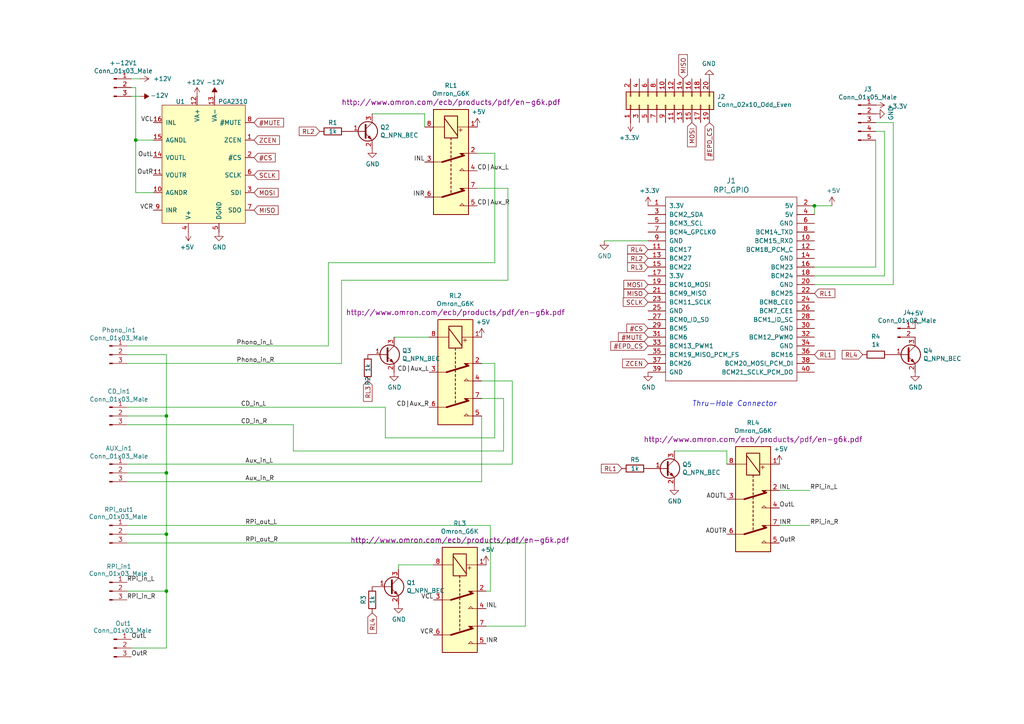
<source format=kicad_sch>
(kicad_sch (version 20231120) (generator "eeschema") (generator_version "8.0")
  (paper "A4")
  (title_block (title "P4") (date "2023-07-16") (rev "1") (company "ibp"))
  (lib_symbols
    (symbol "Connector:Conn_01x02_Male" (pin_names (offset 1.016) hide)
      (property "Reference" "J" (at 0 2.54 0))
      (property "Value" "Connector_Conn_01x02_Male" (at 0 -5.08 0))
      (symbol "Conn_01x02_Male_1_1"
        (polyline (pts (xy 1.27 -2.54) (xy 0.8636 -2.54)) (stroke (width 0.1524)))
        (polyline (pts (xy 1.27 0) (xy 0.8636 0)) (stroke (width 0.1524)))
        (rectangle (start 0.8636 -2.413) (end 0 -2.667) (stroke (width 0.1524)) (fill (type outline)))
        (rectangle (start 0.8636 0.127) (end 0 -0.127) (stroke (width 0.1524)) (fill (type outline)))
        (pin passive line (at 5.08 0 180) (length 3.81) (name "Pin_1") (number "1"))
        (pin passive line (at 5.08 -2.54 180) (length 3.81) (name "Pin_2") (number "2"))
      )
    )
    (symbol "Connector:Conn_01x03_Male" (pin_names (offset 1.016) hide)
      (property "Reference" "J" (at 0 5.08 0))
      (property "Value" "Connector_Conn_01x03_Male" (at 0 -5.08 0))
      (symbol "Conn_01x03_Male_1_1"
        (polyline (pts (xy 1.27 -2.54) (xy 0.8636 -2.54)) (stroke (width 0.1524)))
        (polyline (pts (xy 1.27 0) (xy 0.8636 0)) (stroke (width 0.1524)))
        (polyline (pts (xy 1.27 2.54) (xy 0.8636 2.54)) (stroke (width 0.1524)))
        (rectangle (start 0.8636 -2.413) (end 0 -2.667) (stroke (width 0.1524)) (fill (type outline)))
        (rectangle (start 0.8636 0.127) (end 0 -0.127) (stroke (width 0.1524)) (fill (type outline)))
        (rectangle (start 0.8636 2.667) (end 0 2.413) (stroke (width 0.1524)) (fill (type outline)))
        (pin passive line (at 5.08 2.54 180) (length 3.81) (name "Pin_1") (number "1"))
        (pin passive line (at 5.08 0 180) (length 3.81) (name "Pin_2") (number "2"))
        (pin passive line (at 5.08 -2.54 180) (length 3.81) (name "Pin_3") (number "3"))
      )
    )
    (symbol "Connector:Conn_01x05_Male" (pin_names (offset 1.016) hide)
      (property "Reference" "J" (at 0 7.62 0))
      (property "Value" "Connector_Conn_01x05_Male" (at 0 -7.62 0))
      (symbol "Conn_01x05_Male_1_1"
        (polyline (pts (xy 1.27 -5.08) (xy 0.8636 -5.08)) (stroke (width 0.1524)))
        (polyline (pts (xy 1.27 -2.54) (xy 0.8636 -2.54)) (stroke (width 0.1524)))
        (polyline (pts (xy 1.27 0) (xy 0.8636 0)) (stroke (width 0.1524)))
        (polyline (pts (xy 1.27 2.54) (xy 0.8636 2.54)) (stroke (width 0.1524)))
        (polyline (pts (xy 1.27 5.08) (xy 0.8636 5.08)) (stroke (width 0.1524)))
        (rectangle (start 0.8636 -4.953) (end 0 -5.207) (stroke (width 0.1524)) (fill (type outline)))
        (rectangle (start 0.8636 -2.413) (end 0 -2.667) (stroke (width 0.1524)) (fill (type outline)))
        (rectangle (start 0.8636 0.127) (end 0 -0.127) (stroke (width 0.1524)) (fill (type outline)))
        (rectangle (start 0.8636 2.667) (end 0 2.413) (stroke (width 0.1524)) (fill (type outline)))
        (rectangle (start 0.8636 5.207) (end 0 4.953) (stroke (width 0.1524)) (fill (type outline)))
        (pin passive line (at 5.08 5.08 180) (length 3.81) (name "Pin_1") (number "1"))
        (pin passive line (at 5.08 2.54 180) (length 3.81) (name "Pin_2") (number "2"))
        (pin passive line (at 5.08 0 180) (length 3.81) (name "Pin_3") (number "3"))
        (pin passive line (at 5.08 -2.54 180) (length 3.81) (name "Pin_4") (number "4"))
        (pin passive line (at 5.08 -5.08 180) (length 3.81) (name "Pin_5") (number "5"))
      )
    )
    (symbol "Connector_Generic:Conn_02x10_Odd_Even" (pin_names (offset 1.016) hide)
      (property "Reference" "J" (at 1.27 12.7 0))
      (property "Value" "Conn_02x10_Odd_Even" (at 1.27 -15.24 0))
      (symbol "Conn_02x10_Odd_Even_1_1"
        (rectangle (start -1.27 -12.573) (end 0 -12.827) (stroke (width 0.1524)))
        (rectangle (start -1.27 -10.033) (end 0 -10.287) (stroke (width 0.1524)))
        (rectangle (start -1.27 -7.493) (end 0 -7.747) (stroke (width 0.1524)))
        (rectangle (start -1.27 -4.953) (end 0 -5.207) (stroke (width 0.1524)))
        (rectangle (start -1.27 -2.413) (end 0 -2.667) (stroke (width 0.1524)))
        (rectangle (start -1.27 0.127) (end 0 -0.127) (stroke (width 0.1524)))
        (rectangle (start -1.27 2.667) (end 0 2.413) (stroke (width 0.1524)))
        (rectangle (start -1.27 5.207) (end 0 4.953) (stroke (width 0.1524)))
        (rectangle (start -1.27 7.747) (end 0 7.493) (stroke (width 0.1524)))
        (rectangle (start -1.27 10.287) (end 0 10.033) (stroke (width 0.1524)))
        (rectangle (start -1.27 11.43) (end 3.81 -13.97) (stroke (width 0.254)) (fill (type background)))
        (rectangle (start 3.81 -12.573) (end 2.54 -12.827) (stroke (width 0.1524)))
        (rectangle (start 3.81 -10.033) (end 2.54 -10.287) (stroke (width 0.1524)))
        (rectangle (start 3.81 -7.493) (end 2.54 -7.747) (stroke (width 0.1524)))
        (rectangle (start 3.81 -4.953) (end 2.54 -5.207) (stroke (width 0.1524)))
        (rectangle (start 3.81 -2.413) (end 2.54 -2.667) (stroke (width 0.1524)))
        (rectangle (start 3.81 0.127) (end 2.54 -0.127) (stroke (width 0.1524)))
        (rectangle (start 3.81 2.667) (end 2.54 2.413) (stroke (width 0.1524)))
        (rectangle (start 3.81 5.207) (end 2.54 4.953) (stroke (width 0.1524)))
        (rectangle (start 3.81 7.747) (end 2.54 7.493) (stroke (width 0.1524)))
        (rectangle (start 3.81 10.287) (end 2.54 10.033) (stroke (width 0.1524)))
        (pin passive line (at -5.08 10.16 0) (length 3.81) (name "Pin_1") (number "1"))
        (pin passive line (at 7.62 0 180) (length 3.81) (name "Pin_10") (number "10"))
        (pin passive line (at -5.08 -2.54 0) (length 3.81) (name "Pin_11") (number "11"))
        (pin passive line (at 7.62 -2.54 180) (length 3.81) (name "Pin_12") (number "12"))
        (pin passive line (at -5.08 -5.08 0) (length 3.81) (name "Pin_13") (number "13"))
        (pin passive line (at 7.62 -5.08 180) (length 3.81) (name "Pin_14") (number "14"))
        (pin passive line (at -5.08 -7.62 0) (length 3.81) (name "Pin_15") (number "15"))
        (pin passive line (at 7.62 -7.62 180) (length 3.81) (name "Pin_16") (number "16"))
        (pin passive line (at -5.08 -10.16 0) (length 3.81) (name "Pin_17") (number "17"))
        (pin passive line (at 7.62 -10.16 180) (length 3.81) (name "Pin_18") (number "18"))
        (pin passive line (at -5.08 -12.7 0) (length 3.81) (name "Pin_19") (number "19"))
        (pin passive line (at 7.62 10.16 180) (length 3.81) (name "Pin_2") (number "2"))
        (pin passive line (at 7.62 -12.7 180) (length 3.81) (name "Pin_20") (number "20"))
        (pin passive line (at -5.08 7.62 0) (length 3.81) (name "Pin_3") (number "3"))
        (pin passive line (at 7.62 7.62 180) (length 3.81) (name "Pin_4") (number "4"))
        (pin passive line (at -5.08 5.08 0) (length 3.81) (name "Pin_5") (number "5"))
        (pin passive line (at 7.62 5.08 180) (length 3.81) (name "Pin_6") (number "6"))
        (pin passive line (at -5.08 2.54 0) (length 3.81) (name "Pin_7") (number "7"))
        (pin passive line (at 7.62 2.54 180) (length 3.81) (name "Pin_8") (number "8"))
        (pin passive line (at -5.08 0 0) (length 3.81) (name "Pin_9") (number "9"))
      )
    )
    (symbol "Device:Q_NPN_BEC" (pin_names (offset 0) hide)
      (property "Reference" "Q" (at 5.08 1.27 0))
      (property "Value" "Q_NPN_BEC" (at 5.08 -1.27 0))
      (symbol "Q_NPN_BEC_0_1"
        (polyline (pts (xy 0.635 0.635) (xy 2.54 2.54)))
        (polyline (pts (xy 0.635 -0.635) (xy 2.54 -2.54) (xy 2.54 -2.54)))
        (polyline (pts (xy 0.635 1.905) (xy 0.635 -1.905) (xy 0.635 -1.905)) (stroke (width 0.508)))
        (polyline (pts (xy 1.27 -1.778) (xy 1.778 -1.27) (xy 2.286 -2.286) (xy 1.27 -1.778) (xy 1.27 -1.778)) (fill (type outline)))
        (circle (center 1.27 0) (radius 2.8194) (stroke (width 0.254)))
      )
      (symbol "Q_NPN_BEC_1_1"
        (pin input line (at -5.08 0 0) (length 5.715) (name "B") (number "1"))
        (pin passive line (at 2.54 -5.08 90) (length 2.54) (name "E") (number "2"))
        (pin passive line (at 2.54 5.08 270) (length 2.54) (name "C") (number "3"))
      )
    )
    (symbol "Device:R" (pin_numbers hide) (pin_names (offset 0))
      (property "Reference" "R" (at 2.032 0 90))
      (property "Value" "R" (at 0 0 90))
      (symbol "R_0_1"
        (rectangle (start -1.016 -2.54) (end 1.016 2.54) (stroke (width 0.254)))
      )
      (symbol "R_1_1"
        (pin passive line (at 0 3.81 270) (length 1.27) (name "~") (number "1"))
        (pin passive line (at 0 -3.81 90) (length 1.27) (name "~") (number "2"))
      )
    )
    (symbol "RPi_Hat:RPi_GPIO" (pin_names (offset 1.016))
      (property "Reference" "J" (at 19.05 6.35 0))
      (property "Value" "RPi_Hat_RPi_GPIO" (at 19.05 3.81 0))
      (symbol "RPi_GPIO_0_1"
        (rectangle (start 0 2.54) (end 38.1 -50.8))
      )
      (symbol "RPi_GPIO_1_1"
        (pin power_in line (at -5.08 0 0) (length 5.08) (name "3.3V") (number "1"))
        (pin bidirectional line (at 43.18 -10.16 180) (length 5.08) (name "BCM15_RXD") (number "10"))
        (pin bidirectional line (at -5.08 -12.7 0) (length 5.08) (name "BCM17") (number "11"))
        (pin bidirectional line (at 43.18 -12.7 180) (length 5.08) (name "BCM18_PCM_C") (number "12"))
        (pin bidirectional line (at -5.08 -15.24 0) (length 5.08) (name "BCM27") (number "13"))
        (pin power_in line (at 43.18 -15.24 180) (length 5.08) (name "GND") (number "14"))
        (pin bidirectional line (at -5.08 -17.78 0) (length 5.08) (name "BCM22") (number "15"))
        (pin bidirectional line (at 43.18 -17.78 180) (length 5.08) (name "BCM23") (number "16"))
        (pin power_in line (at -5.08 -20.32 0) (length 5.08) (name "3.3V") (number "17"))
        (pin bidirectional line (at 43.18 -20.32 180) (length 5.08) (name "BCM24") (number "18"))
        (pin bidirectional line (at -5.08 -22.86 0) (length 5.08) (name "BCM10_MOSI") (number "19"))
        (pin power_in line (at 43.18 0 180) (length 5.08) (name "5V") (number "2"))
        (pin power_in line (at 43.18 -22.86 180) (length 5.08) (name "GND") (number "20"))
        (pin bidirectional line (at -5.08 -25.4 0) (length 5.08) (name "BCM9_MISO") (number "21"))
        (pin bidirectional line (at 43.18 -25.4 180) (length 5.08) (name "BCM25") (number "22"))
        (pin bidirectional line (at -5.08 -27.94 0) (length 5.08) (name "BCM11_SCLK") (number "23"))
        (pin bidirectional line (at 43.18 -27.94 180) (length 5.08) (name "BCM8_CE0") (number "24"))
        (pin power_in line (at -5.08 -30.48 0) (length 5.08) (name "GND") (number "25"))
        (pin bidirectional line (at 43.18 -30.48 180) (length 5.08) (name "BCM7_CE1") (number "26"))
        (pin bidirectional line (at -5.08 -33.02 0) (length 5.08) (name "BCM0_ID_SD") (number "27"))
        (pin bidirectional line (at 43.18 -33.02 180) (length 5.08) (name "BCM1_ID_SC") (number "28"))
        (pin bidirectional line (at -5.08 -35.56 0) (length 5.08) (name "BCM5") (number "29"))
        (pin bidirectional line (at -5.08 -2.54 0) (length 5.08) (name "BCM2_SDA") (number "3"))
        (pin power_in line (at 43.18 -35.56 180) (length 5.08) (name "GND") (number "30"))
        (pin bidirectional line (at -5.08 -38.1 0) (length 5.08) (name "BCM6") (number "31"))
        (pin bidirectional line (at 43.18 -38.1 180) (length 5.08) (name "BCM12_PWM0") (number "32"))
        (pin bidirectional line (at -5.08 -40.64 0) (length 5.08) (name "BCM13_PWM1") (number "33"))
        (pin power_in line (at 43.18 -40.64 180) (length 5.08) (name "GND") (number "34"))
        (pin bidirectional line (at -5.08 -43.18 0) (length 5.08) (name "BCM19_MISO_PCM_FS") (number "35"))
        (pin bidirectional line (at 43.18 -43.18 180) (length 5.08) (name "BCM16") (number "36"))
        (pin bidirectional line (at -5.08 -45.72 0) (length 5.08) (name "BCM26") (number "37"))
        (pin bidirectional line (at 43.18 -45.72 180) (length 5.08) (name "BCM20_MOSI_PCM_DI") (number "38"))
        (pin power_in line (at -5.08 -48.26 0) (length 5.08) (name "GND") (number "39"))
        (pin power_in line (at 43.18 -2.54 180) (length 5.08) (name "5V") (number "4"))
        (pin bidirectional line (at 43.18 -48.26 180) (length 5.08) (name "BCM21_SCLK_PCM_DO") (number "40"))
        (pin bidirectional line (at -5.08 -5.08 0) (length 5.08) (name "BCM3_SCL") (number "5"))
        (pin power_in line (at 43.18 -5.08 180) (length 5.08) (name "GND") (number "6"))
        (pin bidirectional line (at -5.08 -7.62 0) (length 5.08) (name "BCM4_GPCLK0") (number "7"))
        (pin bidirectional line (at 43.18 -7.62 180) (length 5.08) (name "BCM14_TXD") (number "8"))
        (pin power_in line (at -5.08 -10.16 0) (length 5.08) (name "GND") (number "9"))
      )
    )
    (symbol "lci-kicad:Omron_G6K" (pin_names (offset 1.016))
      (property "Reference" "RL" (at 21.59 3.81 0))
      (property "Value" "lci-kicad_Omron_G6K" (at 21.59 1.27 0))
      (symbol "Omron_G6K_0_1"
        (rectangle (start -10.16 5.08) (end 20.32 -5.08) (stroke (width 0.254)) (fill (type background)))
        (rectangle (start -8.255 1.905) (end -1.905 -1.905) (stroke (width 0.254)))
        (polyline (pts (xy -7.62 -1.905) (xy -2.54 1.905)) (stroke (width 0.254)))
        (polyline (pts (xy -5.08 -5.08) (xy -5.08 -1.905)))
        (polyline (pts (xy -5.08 5.08) (xy -5.08 1.905)))
        (polyline (pts (xy -4.699 2.794) (xy -3.683 2.794)))
        (polyline (pts (xy -4.191 3.302) (xy -4.191 2.286)))
        (polyline (pts (xy -1.905 0) (xy -1.27 0)) (stroke (width 0.254)))
        (polyline (pts (xy -0.635 0) (xy 0 0)) (stroke (width 0.254)))
        (polyline (pts (xy 0.635 0) (xy 1.27 0)) (stroke (width 0.254)))
        (polyline (pts (xy 1.905 0) (xy 2.54 0)) (stroke (width 0.254)))
        (polyline (pts (xy 2.54 2.54) (xy 2.54 5.08)))
        (polyline (pts (xy 3.175 0) (xy 3.81 0)) (stroke (width 0.254)))
        (polyline (pts (xy 4.445 0) (xy 5.08 0)) (stroke (width 0.254)))
        (polyline (pts (xy 5.08 -2.54) (xy 3.175 3.81)) (stroke (width 0.508)))
        (polyline (pts (xy 5.08 -2.54) (xy 5.08 -5.08)))
        (polyline (pts (xy 5.715 0) (xy 6.35 0)) (stroke (width 0.254)))
        (polyline (pts (xy 6.985 0) (xy 7.62 0)) (stroke (width 0.254)))
        (polyline (pts (xy 7.62 2.54) (xy 7.62 5.08)))
        (polyline (pts (xy 8.255 0) (xy 8.89 0)) (stroke (width 0.254)))
        (polyline (pts (xy 9.525 0) (xy 10.16 0)) (stroke (width 0.254)))
        (polyline (pts (xy 10.795 0) (xy 11.43 0)) (stroke (width 0.254)))
        (polyline (pts (xy 12.065 0) (xy 12.7 0)) (stroke (width 0.254)))
        (polyline (pts (xy 12.7 2.54) (xy 12.7 5.08)))
        (polyline (pts (xy 13.335 0) (xy 13.97 0)) (stroke (width 0.254)))
        (polyline (pts (xy 15.24 -2.54) (xy 13.335 3.81)) (stroke (width 0.508)))
        (polyline (pts (xy 15.24 -2.54) (xy 15.24 -5.08)))
        (polyline (pts (xy 17.78 2.54) (xy 17.78 5.08)))
        (polyline (pts (xy 2.54 2.54) (xy 3.175 3.175) (xy 2.54 3.81)) (fill (type outline)))
        (polyline (pts (xy 7.62 2.54) (xy 6.985 3.175) (xy 7.62 3.81)))
        (polyline (pts (xy 12.7 2.54) (xy 13.335 3.175) (xy 12.7 3.81)) (fill (type outline)))
        (polyline (pts (xy 17.78 2.54) (xy 17.145 3.175) (xy 17.78 3.81)))
      )
      (symbol "Omron_G6K_1_1"
        (pin passive line (at -5.08 7.62 270) (length 2.54) (name "~") (number "1"))
        (pin passive line (at 2.54 7.62 270) (length 2.54) (name "~") (number "2"))
        (pin passive line (at 5.08 -7.62 90) (length 2.54) (name "~") (number "3"))
        (pin passive line (at 7.62 7.62 270) (length 2.54) (name "~") (number "4"))
        (pin passive line (at 17.78 7.62 270) (length 2.54) (name "~") (number "5"))
        (pin passive line (at 15.24 -7.62 90) (length 2.54) (name "~") (number "6"))
        (pin passive line (at 12.7 7.62 270) (length 2.54) (name "~") (number "7"))
        (pin passive line (at -5.08 -7.62 90) (length 2.54) (name "~") (number "8"))
      )
    )
    (symbol "lci-kicad:PGA2310" (pin_names (offset 1.016))
      (property "Reference" "U" (at 0 1.27 0))
      (property "Value" "lci-kicad_PGA2310" (at 0 -1.27 0))
      (symbol "PGA2310_0_1"
        (rectangle (start -12.7 17.78) (end 11.43 -16.51) (fill (type background)))
      )
      (symbol "PGA2310_1_1"
        (pin input line (at 13.97 7.62 180) (length 2.54) (name "ZCEN") (number "1"))
        (pin input line (at -15.24 -7.62 0) (length 2.54) (name "AGNDR") (number "10"))
        (pin output line (at -15.24 -2.54 0) (length 2.54) (name "VOUTR") (number "11"))
        (pin input line (at -2.54 20.32 270) (length 2.54) (name "VA+") (number "12"))
        (pin input line (at 2.54 20.32 270) (length 2.54) (name "VA-") (number "13"))
        (pin output line (at -15.24 2.54 0) (length 2.54) (name "VOUTL") (number "14"))
        (pin input line (at -15.24 7.62 0) (length 2.54) (name "AGNDL") (number "15"))
        (pin input line (at -15.24 12.7 0) (length 2.54) (name "INL") (number "16"))
        (pin input line (at 13.97 2.54 180) (length 2.54) (name "#CS") (number "2"))
        (pin input line (at 13.97 -7.62 180) (length 2.54) (name "SDI") (number "3"))
        (pin input line (at -5.08 -19.05 90) (length 2.54) (name "V+") (number "4"))
        (pin input line (at 3.81 -19.05 90) (length 2.54) (name "DGND") (number "5"))
        (pin input line (at 13.97 -2.54 180) (length 2.54) (name "SCLK") (number "6"))
        (pin input line (at 13.97 -12.7 180) (length 2.54) (name "SDO") (number "7"))
        (pin input line (at 13.97 12.7 180) (length 2.54) (name "#MUTE") (number "8"))
        (pin input line (at -15.24 -12.7 0) (length 2.54) (name "INR") (number "9"))
      )
    )
    (symbol "power:+12V" (power) (pin_numbers hide) (pin_names (offset 0) hide)
      (property "Value" "+12V" (at 0 3.556 0))
      (symbol "+12V_0_1"
        (polyline (pts (xy -0.762 1.27) (xy 0 2.54)))
        (polyline (pts (xy 0 0) (xy 0 2.54)))
        (polyline (pts (xy 0 2.54) (xy 0.762 1.27)))
      )
      (symbol "+12V_1_1"
        (pin power_in line (at 0 0 90) (length 0) (name "~") (number "1"))
      )
    )
    (symbol "power:+3.3V" (power) (pin_numbers hide) (pin_names (offset 0) hide)
      (property "Value" "+3.3V" (at 0 3.556 0))
      (symbol "+3.3V_0_1"
        (polyline (pts (xy -0.762 1.27) (xy 0 2.54)))
        (polyline (pts (xy 0 0) (xy 0 2.54)))
        (polyline (pts (xy 0 2.54) (xy 0.762 1.27)))
      )
      (symbol "+3.3V_1_1"
        (pin power_in line (at 0 0 90) (length 0) (name "~") (number "1"))
      )
    )
    (symbol "power:+5V" (power) (pin_numbers hide) (pin_names (offset 0) hide)
      (property "Value" "+5V" (at 0 3.556 0))
      (symbol "+5V_0_1"
        (polyline (pts (xy -0.762 1.27) (xy 0 2.54)))
        (polyline (pts (xy 0 0) (xy 0 2.54)))
        (polyline (pts (xy 0 2.54) (xy 0.762 1.27)))
      )
      (symbol "+5V_1_1"
        (pin power_in line (at 0 0 90) (length 0) (name "~") (number "1"))
      )
    )
    (symbol "power:-12V" (power) (pin_numbers hide) (pin_names (offset 0) hide)
      (property "Value" "-12V" (at 0 3.556 0))
      (symbol "-12V_0_0"
        (pin power_in line (at 0 0 90) (length 0) (name "~") (number "1"))
      )
      (symbol "-12V_0_1"
        (polyline (pts (xy 0 0) (xy 0 1.27) (xy 0.762 1.27) (xy 0 2.54) (xy -0.762 1.27) (xy 0 1.27)) (fill (type outline)))
      )
    )
    (symbol "power:GND" (power) (pin_numbers hide) (pin_names (offset 0) hide)
      (property "Value" "GND" (at 0 -3.81 0))
      (symbol "GND_0_1"
        (polyline (pts (xy 0 0) (xy 0 -1.27) (xy 1.27 -1.27) (xy 0 -2.54) (xy -1.27 -1.27) (xy 0 -1.27)))
      )
      (symbol "GND_1_1"
        (pin power_in line (at 0 0 270) (length 0) (name "~") (number "1"))
      )
    )
  )
  (junction (at 48.26 120.65))
  (junction (at 48.26 171.45))
  (junction (at 39.37 40.64))
  (junction (at 48.26 137.16))
  (junction (at 236.22 59.69))
  (junction (at 48.26 154.94))
  (wire (pts (xy 138.43 54.61) (xy 147.32 54.61)))
  (wire (pts (xy 256.54 80.01) (xy 236.22 80.01)))
  (wire (pts (xy 123.19 33.02) (xy 123.19 36.83)))
  (wire (pts (xy 36.83 105.41) (xy 99.06 105.41)))
  (wire (pts (xy 139.7 115.57) (xy 146.05 115.57)))
  (wire (pts (xy 146.05 130.81) (xy 85.09 130.81)))
  (wire (pts (xy 111.76 127) (xy 143.51 127)))
  (wire (pts (xy 99.06 81.28) (xy 147.32 81.28)))
  (wire (pts (xy 195.58 130.81) (xy 210.82 130.81)))
  (wire (pts (xy 36.83 152.4) (xy 142.24 152.4)))
  (wire (pts (xy 226.06 142.24) (xy 234.95 142.24)))
  (wire (pts (xy 95.25 100.33) (xy 95.25 76.2)))
  (wire (pts (xy 48.26 154.94) (xy 48.26 171.45)))
  (wire (pts (xy 256.54 38.1) (xy 256.54 80.01)))
  (wire (pts (xy 143.51 76.2) (xy 143.51 44.45)))
  (wire (pts (xy 139.7 139.7) (xy 36.83 139.7)))
  (wire (pts (xy 148.59 110.49) (xy 148.59 134.62)))
  (wire (pts (xy 107.95 33.02) (xy 123.19 33.02)))
  (wire (pts (xy 143.51 127) (xy 143.51 105.41)))
  (wire (pts (xy 99.06 105.41) (xy 99.06 81.28)))
  (wire (pts (xy 36.83 100.33) (xy 95.25 100.33)))
  (wire (pts (xy 139.7 110.49) (xy 148.59 110.49)))
  (wire (pts (xy 146.05 115.57) (xy 146.05 130.81)))
  (wire (pts (xy 254 38.1) (xy 256.54 38.1)))
  (wire (pts (xy 152.4 157.48) (xy 152.4 181.61)))
  (wire (pts (xy 36.83 102.87) (xy 48.26 102.87)))
  (wire (pts (xy 85.09 130.81) (xy 85.09 123.19)))
  (wire (pts (xy 48.26 154.94) (xy 36.83 154.94)))
  (wire (pts (xy 36.83 157.48) (xy 152.4 157.48)))
  (wire (pts (xy 48.26 171.45) (xy 48.26 187.96)))
  (wire (pts (xy 48.26 171.45) (xy 36.83 171.45)))
  (wire (pts (xy 48.26 137.16) (xy 36.83 137.16)))
  (wire (pts (xy 38.1 25.4) (xy 39.37 25.4)))
  (wire (pts (xy 143.51 105.41) (xy 139.7 105.41)))
  (wire (pts (xy 139.7 120.65) (xy 139.7 139.7)))
  (wire (pts (xy 147.32 81.28) (xy 147.32 54.61)))
  (wire (pts (xy 111.76 118.11) (xy 111.76 127)))
  (wire (pts (xy 48.26 187.96) (xy 38.1 187.96)))
  (wire (pts (xy 115.57 163.83) (xy 115.57 165.1)))
  (wire (pts (xy 39.37 25.4) (xy 39.37 40.64)))
  (wire (pts (xy 175.26 69.85) (xy 187.96 69.85)))
  (wire (pts (xy 259.08 35.56) (xy 259.08 82.55)))
  (wire (pts (xy 125.73 163.83) (xy 115.57 163.83)))
  (wire (pts (xy 48.26 137.16) (xy 48.26 154.94)))
  (wire (pts (xy 142.24 152.4) (xy 142.24 171.45)))
  (wire (pts (xy 38.1 27.94) (xy 40.64 27.94)))
  (wire (pts (xy 210.82 130.81) (xy 210.82 134.62)))
  (wire (pts (xy 236.22 59.69) (xy 241.3 59.69)))
  (wire (pts (xy 124.46 97.79) (xy 114.3 97.79)))
  (wire (pts (xy 142.24 171.45) (xy 140.97 171.45)))
  (wire (pts (xy 236.22 77.47) (xy 254 77.47)))
  (wire (pts (xy 148.59 134.62) (xy 36.83 134.62)))
  (wire (pts (xy 259.08 82.55) (xy 236.22 82.55)))
  (wire (pts (xy 39.37 55.88) (xy 44.45 55.88)))
  (wire (pts (xy 39.37 40.64) (xy 39.37 55.88)))
  (wire (pts (xy 48.26 120.65) (xy 48.26 137.16)))
  (wire (pts (xy 138.43 44.45) (xy 143.51 44.45)))
  (wire (pts (xy 254 35.56) (xy 259.08 35.56)))
  (wire (pts (xy 254 77.47) (xy 254 40.64)))
  (wire (pts (xy 36.83 118.11) (xy 111.76 118.11)))
  (wire (pts (xy 39.37 40.64) (xy 44.45 40.64)))
  (wire (pts (xy 226.06 152.4) (xy 234.95 152.4)))
  (wire (pts (xy 95.25 76.2) (xy 143.51 76.2)))
  (wire (pts (xy 152.4 181.61) (xy 140.97 181.61)))
  (wire (pts (xy 85.09 123.19) (xy 36.83 123.19)))
  (wire (pts (xy 38.1 22.86) (xy 40.64 22.86)))
  (wire (pts (xy 48.26 102.87) (xy 48.26 120.65)))
  (wire (pts (xy 48.26 120.65) (xy 36.83 120.65)))
  (wire (pts (xy 236.22 62.23) (xy 236.22 59.69)))
  (text "Thru-Hole Connector" (at 200.66 118.11 0) (effects (font (size 1.524 1.524) (italic yes)) (justify left bottom)))
  (label "VCL" (at 44.45 35.56 180))
  (label "CD_in_R" (at 69.85 123.19 0))
  (label "RPi_out_L" (at 71.12 152.4 0))
  (label "INR" (at 140.97 186.69 0))
  (label "VCL" (at 125.73 173.99 180))
  (label "RPI_out_R" (at 71.12 157.48 0))
  (label "VCR" (at 125.73 184.15 180))
  (label "RPi_in_L" (at 36.83 168.91 0))
  (label "CD|Aux_R" (at 138.43 59.69 0))
  (label "RPi_in_R" (at 36.83 173.99 0))
  (label "RPi_in_R" (at 234.95 152.4 0))
  (label "INL" (at 226.06 142.24 0))
  (label "VCR" (at 44.45 60.96 180))
  (label "CD_in_L" (at 69.85 118.11 0))
  (label "INR" (at 226.06 152.4 0))
  (label "CD|Aux_R" (at 124.46 118.11 180))
  (label "AOUTL" (at 210.82 144.78 180))
  (label "INL" (at 140.97 176.53 0))
  (label "OutR" (at 38.1 190.5 0))
  (label "CD|Aux_L" (at 124.46 107.95 180))
  (label "AOUTR" (at 210.82 154.94 180))
  (label "RPi_in_L" (at 234.95 142.24 0))
  (label "Aux_in_R" (at 71.12 139.7 0))
  (label "OutR" (at 44.45 50.8 180))
  (label "OutR" (at 226.06 157.48 0))
  (label "OutL" (at 226.06 147.32 0))
  (label "Aux_in_L" (at 71.12 134.62 0))
  (label "Phono_in_R" (at 68.58 105.41 0))
  (label "INR" (at 123.19 57.15 180))
  (label "OutL" (at 44.45 45.72 180))
  (label "OutL" (at 38.1 185.42 0))
  (label "Phono_in_L" (at 68.58 100.33 0))
  (label "CD|Aux_L" (at 138.43 49.53 0))
  (label "INL" (at 123.19 46.99 180))
  (global_label "MOSI" (shape input) (at 73.66 55.88 0) (property "Intersheetrefs" "${INTERSHEET_REFS}" (effects (hide yes))))
  (global_label "RL1" (shape input) (at 236.22 85.09 0) (property "Intersheetrefs" "${INTERSHEET_REFS}" (effects (hide yes))))
  (global_label "MOSI" (shape input) (at 187.96 82.55 180) (property "Intersheetrefs" "${INTERSHEET_REFS}" (effects (hide yes))))
  (global_label "#EPD_CS" (shape input) (at 187.96 100.33 180) (property "Intersheetrefs" "${INTERSHEET_REFS}" (effects (hide yes))))
  (global_label "SCLK" (shape input) (at 73.66 50.8 0) (property "Intersheetrefs" "${INTERSHEET_REFS}" (effects (hide yes))))
  (global_label "RL3" (shape input) (at 187.96 77.47 180) (property "Intersheetrefs" "${INTERSHEET_REFS}" (effects (hide yes))))
  (global_label "RL2" (shape input) (at 187.96 74.93 180) (property "Intersheetrefs" "${INTERSHEET_REFS}" (effects (hide yes))))
  (global_label "MISO" (shape input) (at 198.12 22.86 90) (property "Intersheetrefs" "${INTERSHEET_REFS}" (effects (hide yes))))
  (global_label "#CS" (shape input) (at 187.96 95.25 180) (property "Intersheetrefs" "${INTERSHEET_REFS}" (effects (hide yes))))
  (global_label "#CS" (shape input) (at 73.66 45.72 0) (property "Intersheetrefs" "${INTERSHEET_REFS}" (effects (hide yes))))
  (global_label "RL1" (shape input) (at 180.34 135.89 180) (property "Intersheetrefs" "${INTERSHEET_REFS}" (effects (hide yes))))
  (global_label "MOSI" (shape input) (at 200.66 35.56 270) (property "Intersheetrefs" "${INTERSHEET_REFS}" (effects (hide yes))))
  (global_label "RL4" (shape input) (at 107.95 177.8 270) (property "Intersheetrefs" "${INTERSHEET_REFS}" (effects (hide yes))))
  (global_label "ZCEN" (shape input) (at 187.96 105.41 180) (property "Intersheetrefs" "${INTERSHEET_REFS}" (effects (hide yes))))
  (global_label "SCLK" (shape input) (at 187.96 87.63 180) (property "Intersheetrefs" "${INTERSHEET_REFS}" (effects (hide yes))))
  (global_label "MISO" (shape input) (at 187.96 85.09 180) (property "Intersheetrefs" "${INTERSHEET_REFS}" (effects (hide yes))))
  (global_label "RL4" (shape input) (at 187.96 72.39 180) (property "Intersheetrefs" "${INTERSHEET_REFS}" (effects (hide yes))))
  (global_label "RL2" (shape input) (at 92.71 38.1 180) (property "Intersheetrefs" "${INTERSHEET_REFS}" (effects (hide yes))))
  (global_label "#MUTE" (shape input) (at 187.96 97.79 180) (property "Intersheetrefs" "${INTERSHEET_REFS}" (effects (hide yes))))
  (global_label "#MUTE" (shape input) (at 73.66 35.56 0) (property "Intersheetrefs" "${INTERSHEET_REFS}" (effects (hide yes))))
  (global_label "ZCEN" (shape input) (at 73.66 40.64 0) (property "Intersheetrefs" "${INTERSHEET_REFS}" (effects (hide yes))))
  (global_label "MISO" (shape input) (at 73.66 60.96 0) (property "Intersheetrefs" "${INTERSHEET_REFS}" (effects (hide yes))))
  (global_label "RL4" (shape input) (at 250.19 102.87 180) (property "Intersheetrefs" "${INTERSHEET_REFS}" (effects (hide yes))))
  (global_label "RL3" (shape input) (at 106.68 110.49 270) (property "Intersheetrefs" "${INTERSHEET_REFS}" (effects (hide yes))))
  (global_label "#EPD_CS" (shape input) (at 205.74 35.56 270) (property "Intersheetrefs" "${INTERSHEET_REFS}" (effects (hide yes))))
  (global_label "RL1" (shape input) (at 236.22 102.87 0) (property "Intersheetrefs" "${INTERSHEET_REFS}" (effects (hide yes))))
  (symbol (lib_id "lci-kicad:PGA2310") (at 59.69 48.26 0) (unit 1)
    (property "Reference" "U1" (at 52.324 29.464 0))
    (property "Value" "PGA2310" (at 67.564 29.464 0))
    (property "Footprint" "Package_SO:SOIC-16W_7.5x10.3mm_P1.27mm" (effects (hide yes)))
    (property "Datasheet" "http://www.ti.com/lit/ds/symlink/pga2310.pdf" (effects (hide yes)))
  )
  (symbol (lib_id "lci-kicad:Omron_G6K") (at 130.81 41.91 270) (unit 1)
    (property "Reference" "RL1" (at 130.81 24.8158 90))
    (property "Value" "Omron_G6K" (at 130.81 27.1272 90))
    (property "Footprint" "Relay_SMD:Relay_DPDT_Omron_G6K-2F" (effects (hide yes)))
    (property "Datasheet" "http://www.omron.com/ecb/products/pdf/en-g6k.pdf" (at 130.81 29.6418 90) (effects (font (size 1.524 1.524))))
  )
  (symbol (lib_id "lci-kicad:Omron_G6K") (at 132.08 102.87 270) (unit 1)
    (property "Reference" "RL2" (at 132.08 85.7758 90))
    (property "Value" "Omron_G6K" (at 132.08 88.0872 90))
    (property "Footprint" "Relay_SMD:Relay_DPDT_Omron_G6K-2F" (effects (hide yes)))
    (property "Datasheet" "http://www.omron.com/ecb/products/pdf/en-g6k.pdf" (at 132.08 90.6018 90) (effects (font (size 1.524 1.524))))
  )
  (symbol (lib_id "power:+5V") (at 241.3 59.69 0) (unit 1)
    (property "Reference" "#PWR0101" (effects (hide yes)))
    (property "Value" "+5V" (at 241.681 55.2958 0))
  )
  (symbol (lib_id "power:GND") (at 175.26 69.85 0) (unit 1)
    (property "Reference" "#PWR0102" (effects (hide yes)))
    (property "Value" "GND" (at 175.387 74.2442 0))
  )
  (symbol (lib_id "power:+5V") (at 54.61 67.31 180) (unit 1)
    (property "Reference" "#PWR0103" (effects (hide yes)))
    (property "Value" "+5V" (at 54.229 71.7042 0))
  )
  (symbol (lib_id "power:GND") (at 63.5 67.31 0) (unit 1)
    (property "Reference" "#PWR0104" (effects (hide yes)))
    (property "Value" "GND" (at 63.627 71.7042 0))
  )
  (symbol (lib_id "power:GND") (at 107.95 43.18 0) (unit 1)
    (property "Reference" "#PWR0107" (effects (hide yes)))
    (property "Value" "GND" (at 108.077 47.5742 0))
  )
  (symbol (lib_id "power:GND") (at 115.57 175.26 0) (unit 1)
    (property "Reference" "#PWR0105" (effects (hide yes)))
    (property "Value" "GND" (at 115.697 179.6542 0))
  )
  (symbol (lib_id "RPi_Hat:RPi_GPIO") (at 193.04 59.69 0) (unit 1)
    (property "Reference" "J1" (at 212.09 52.4002 0) (effects (font (size 1.524 1.524))))
    (property "Value" "RPi_GPIO" (at 212.09 55.0926 0) (effects (font (size 1.524 1.524))))
    (property "Footprint" "Connector_PinHeader_2.54mm:PinHeader_2x20_P2.54mm_Vertical" (effects (hide yes)))
  )
  (symbol (lib_id "Connector:Conn_01x05_Male") (at 248.92 35.56 0) (unit 1)
    (property "Reference" "J3" (at 251.6632 25.8826 0))
    (property "Value" "Conn_01x05_Male" (at 251.6632 28.194 0))
    (property "Footprint" "Connector_PinSocket_2.54mm:PinSocket_1x05_P2.54mm_Vertical" (effects (hide yes)))
  )
  (symbol (lib_id "Connector:Conn_01x03_Male") (at 31.75 102.87 0) (unit 1)
    (property "Reference" "Phono_in1" (at 34.4932 95.7326 0))
    (property "Value" "Conn_01x03_Male" (at 34.4932 98.044 0))
    (property "Footprint" "Connector_PinSocket_2.54mm:PinSocket_1x03_P2.54mm_Vertical" (effects (hide yes)))
  )
  (symbol (lib_id "Connector:Conn_01x03_Male") (at 31.75 120.65 0) (unit 1)
    (property "Reference" "CD_in1" (at 34.4932 113.5126 0))
    (property "Value" "Conn_01x03_Male" (at 34.4932 115.824 0))
    (property "Footprint" "Connector_PinSocket_2.54mm:PinSocket_1x03_P2.54mm_Vertical" (effects (hide yes)))
  )
  (symbol (lib_id "Connector:Conn_01x03_Male") (at 31.75 137.16 0) (unit 1)
    (property "Reference" "AUX_in1" (at 34.4932 130.0226 0))
    (property "Value" "Conn_01x03_Male" (at 34.4932 132.334 0))
    (property "Footprint" "Connector_PinSocket_2.54mm:PinSocket_1x03_P2.54mm_Vertical" (effects (hide yes)))
  )
  (symbol (lib_id "Connector:Conn_01x03_Male") (at 31.75 154.94 0) (unit 1)
    (property "Reference" "RPi_out1" (at 34.4932 147.8026 0))
    (property "Value" "Conn_01x03_Male" (at 34.29 149.86 0))
    (property "Footprint" "Connector_PinSocket_2.54mm:PinSocket_1x03_P2.54mm_Vertical" (effects (hide yes)))
  )
  (symbol (lib_id "power:+3.3V") (at 187.96 59.69 0) (unit 1)
    (property "Reference" "#PWR0109" (effects (hide yes)))
    (property "Value" "+3.3V" (at 188.341 55.2958 0))
  )
  (symbol (lib_id "lci-kicad:Omron_G6K") (at 133.35 168.91 270) (unit 1)
    (property "Reference" "RL3" (at 133.35 151.8158 90))
    (property "Value" "Omron_G6K" (at 133.35 154.1272 90))
    (property "Footprint" "Relay_SMD:Relay_DPDT_Omron_G6K-2F" (effects (hide yes)))
    (property "Datasheet" "http://www.omron.com/ecb/products/pdf/en-g6k.pdf" (at 133.35 156.6418 90) (effects (font (size 1.524 1.524))))
  )
  (symbol (lib_id "power:+3.3V") (at 254 30.48 270) (unit 1)
    (property "Reference" "#PWR0110" (effects (hide yes)))
    (property "Value" "+3.3V" (at 257.2512 30.861 90) (effects (justify left)))
  )
  (symbol (lib_id "power:GND") (at 254 33.02 90) (unit 1)
    (property "Reference" "#PWR0111" (effects (hide yes)))
    (property "Value" "GND" (at 258.3942 32.893 0))
  )
  (symbol (lib_id "power:GND") (at 205.74 22.86 180) (unit 1)
    (property "Reference" "#PWR0108" (effects (hide yes)))
    (property "Value" "GND" (at 205.613 18.4658 0))
  )
  (symbol (lib_id "power:GND") (at 114.3 107.95 0) (unit 1)
    (property "Reference" "#PWR0106" (effects (hide yes)))
    (property "Value" "GND" (at 114.427 112.3442 0))
  )
  (symbol (lib_id "Connector:Conn_01x02_Male") (at 260.35 95.25 0) (unit 1)
    (property "Reference" "J4" (at 263.0932 90.6526 0))
    (property "Value" "Conn_01x02_Male" (at 263.0932 92.964 0))
    (property "Footprint" "Connector_PinSocket_2.54mm:PinSocket_1x02_P2.54mm_Vertical" (effects (hide yes)))
  )
  (symbol (lib_id "power:+5V") (at 265.43 95.25 0) (unit 1)
    (property "Reference" "#PWR0112" (effects (hide yes)))
    (property "Value" "+5V" (at 265.811 90.8558 0))
  )
  (symbol (lib_id "Connector:Conn_01x03_Male") (at 31.75 171.45 0) (unit 1)
    (property "Reference" "RPi_in1" (at 34.4932 164.3126 0))
    (property "Value" "Conn_01x03_Male" (at 34.29 166.37 0))
    (property "Footprint" "Connector_PinSocket_2.54mm:PinSocket_1x03_P2.54mm_Vertical" (effects (hide yes)))
  )
  (symbol (lib_id "Connector:Conn_01x03_Male") (at 33.02 187.96 0) (unit 1)
    (property "Reference" "Out1" (at 35.7632 180.8226 0))
    (property "Value" "Conn_01x03_Male" (at 35.56 182.88 0))
    (property "Footprint" "Connector_PinSocket_2.54mm:PinSocket_1x03_P2.54mm_Vertical" (effects (hide yes)))
  )
  (symbol (lib_id "Device:Q_NPN_BEC") (at 113.03 170.18 0) (unit 1)
    (property "Reference" "Q1" (at 117.8814 169.0116 0) (effects (justify left)))
    (property "Value" "Q_NPN_BEC" (at 117.8814 171.323 0) (effects (justify left)))
    (property "Footprint" "Package_TO_SOT_SMD:SOT-23W_Handsoldering" (effects (hide yes)))
  )
  (symbol (lib_id "Connector_Generic:Conn_02x10_Odd_Even") (at 193.04 30.48 90) (unit 1)
    (property "Reference" "J2" (at 207.9752 28.0416 90) (effects (justify right)))
    (property "Value" "Conn_02x10_Odd_Even" (at 207.9752 30.353 90) (effects (justify right)))
    (property "Footprint" "Connector_PinHeader_2.54mm:PinHeader_2x10_P2.54mm_Vertical" (effects (hide yes)))
  )
  (symbol (lib_id "power:+3.3V") (at 182.88 35.56 180) (unit 1)
    (property "Reference" "#PWR0113" (effects (hide yes)))
    (property "Value" "+3.3V" (at 182.499 39.9542 0))
  )
  (symbol (lib_id "power:+5V") (at 140.97 163.83 0) (unit 1)
    (property "Reference" "#PWR0114" (effects (hide yes)))
    (property "Value" "+5V" (at 141.351 159.4358 0))
  )
  (symbol (lib_id "power:+5V") (at 139.7 97.79 0) (unit 1)
    (property "Reference" "#PWR0116" (effects (hide yes)))
    (property "Value" "+5V" (at 140.081 93.3958 0))
  )
  (symbol (lib_id "power:+5V") (at 138.43 36.83 0) (unit 1)
    (property "Reference" "#PWR0117" (effects (hide yes)))
    (property "Value" "+5V" (at 138.811 32.4358 0))
  )
  (symbol (lib_id "Device:Q_NPN_BEC") (at 105.41 38.1 0) (unit 1)
    (property "Reference" "Q2" (at 110.2614 36.9316 0) (effects (justify left)))
    (property "Value" "Q_NPN_BEC" (at 110.2614 39.243 0) (effects (justify left)))
    (property "Footprint" "Package_TO_SOT_SMD:SOT-23W_Handsoldering" (effects (hide yes)))
  )
  (symbol (lib_id "Device:Q_NPN_BEC") (at 111.76 102.87 0) (unit 1)
    (property "Reference" "Q3" (at 116.6114 101.7016 0) (effects (justify left)))
    (property "Value" "Q_NPN_BEC" (at 116.6114 104.013 0) (effects (justify left)))
    (property "Footprint" "Package_TO_SOT_SMD:SOT-23W_Handsoldering" (effects (hide yes)))
  )
  (symbol (lib_id "power:GND") (at 187.96 107.95 0) (unit 1)
    (property "Reference" "#PWR0115" (effects (hide yes)))
    (property "Value" "GND" (at 188.087 112.3442 0))
  )
  (symbol (lib_id "Device:Q_NPN_BEC") (at 262.89 102.87 0) (unit 1)
    (property "Reference" "Q4" (at 267.7414 101.7016 0) (effects (justify left)))
    (property "Value" "Q_NPN_BEC" (at 267.7414 104.013 0) (effects (justify left)))
    (property "Footprint" "Package_TO_SOT_SMD:SOT-23W_Handsoldering" (effects (hide yes)))
  )
  (symbol (lib_id "Connector:Conn_01x03_Male") (at 33.02 25.4 0) (unit 1)
    (property "Reference" "+-12V1" (at 35.7632 18.2626 0))
    (property "Value" "Conn_01x03_Male" (at 35.7632 20.574 0))
    (property "Footprint" "Connector_PinSocket_2.54mm:PinSocket_1x03_P2.54mm_Vertical" (effects (hide yes)))
  )
  (symbol (lib_id "power:GND") (at 265.43 107.95 0) (unit 1)
    (property "Reference" "#PWR0118" (effects (hide yes)))
    (property "Value" "GND" (at 265.557 112.3442 0))
  )
  (symbol (lib_id "Device:R") (at 254 102.87 270) (unit 1)
    (property "Reference" "R4" (at 254 97.6122 90))
    (property "Value" "1k" (at 254 99.9236 90))
    (property "Footprint" "Resistor_SMD:R_0603_1608Metric_Pad0.98x0.95mm_HandSolder" (effects (hide yes)))
  )
  (symbol (lib_id "Device:R") (at 106.68 106.68 180) (unit 1)
    (property "Reference" "R2" (at 106.68 110.49 90))
    (property "Value" "1k" (at 106.68 106.68 90))
    (property "Footprint" "Resistor_SMD:R_0603_1608Metric_Pad0.98x0.95mm_HandSolder" (effects (hide yes)))
  )
  (symbol (lib_id "Device:R") (at 107.95 173.99 180) (unit 1)
    (property "Reference" "R3" (at 105.41 173.99 90))
    (property "Value" "1k" (at 107.95 173.99 90))
    (property "Footprint" "Resistor_SMD:R_0603_1608Metric_Pad0.98x0.95mm_HandSolder" (effects (hide yes)))
  )
  (symbol (lib_id "Device:R") (at 96.52 38.1 270) (unit 1)
    (property "Reference" "R1" (at 96.52 35.56 90))
    (property "Value" "1k" (at 96.52 38.1 90))
    (property "Footprint" "Resistor_SMD:R_0603_1608Metric_Pad0.98x0.95mm_HandSolder" (effects (hide yes)))
  )
  (symbol (lib_id "power:-12V") (at 40.64 27.94 270) (unit 1)
    (property "Reference" "#PWR04" (effects (hide yes)))
    (property "Value" "-12V" (at 46.228 27.686 90))
    (property "Description" "Power symbol creates a global label with name \"-12V\"" (effects (hide yes)))
  )
  (symbol (lib_id "power:-12V") (at 62.23 27.94 0) (unit 1)
    (property "Reference" "#PWR06" (effects (hide yes)))
    (property "Value" "-12V" (at 62.484 23.876 0))
    (property "Description" "Power symbol creates a global label with name \"-12V\"" (effects (hide yes)))
  )
  (symbol (lib_id "power:+12V") (at 57.15 27.94 0) (unit 1)
    (property "Reference" "#PWR05" (effects (hide yes)))
    (property "Value" "+12V" (at 56.642 23.876 0))
    (property "Description" "Power symbol creates a global label with name \"+12V\"" (effects (hide yes)))
  )
  (symbol (lib_id "lci-kicad:Omron_G6K") (at 218.44 139.7 270) (unit 1)
    (property "Reference" "RL4" (at 218.44 122.6058 90))
    (property "Value" "Omron_G6K" (at 218.44 124.9172 90))
    (property "Footprint" "Relay_SMD:Relay_DPDT_Omron_G6K-2F" (effects (hide yes)))
    (property "Datasheet" "http://www.omron.com/ecb/products/pdf/en-g6k.pdf" (at 218.44 127.4318 90) (effects (font (size 1.524 1.524))))
  )
  (symbol (lib_id "power:+12V") (at 40.64 22.86 270) (unit 1)
    (property "Reference" "#PWR03" (effects (hide yes)))
    (property "Value" "+12V" (at 44.45 22.8599 90) (effects (justify left)))
    (property "Description" "Power symbol creates a global label with name \"+12V\"" (effects (hide yes)))
  )
  (symbol (lib_id "power:+5V") (at 226.06 134.62 0) (unit 1)
    (property "Reference" "#PWR02" (effects (hide yes)))
    (property "Value" "+5V" (at 226.441 130.2258 0))
  )
  (symbol (lib_id "Device:Q_NPN_BEC") (at 193.04 135.89 0) (unit 1)
    (property "Reference" "Q5" (at 197.8914 134.7216 0) (effects (justify left)))
    (property "Value" "Q_NPN_BEC" (at 197.8914 137.033 0) (effects (justify left)))
    (property "Footprint" "Package_TO_SOT_SMD:SOT-23W_Handsoldering" (effects (hide yes)))
  )
  (symbol (lib_id "power:GND") (at 195.58 140.97 0) (unit 1)
    (property "Reference" "#PWR01" (effects (hide yes)))
    (property "Value" "GND" (at 195.707 145.3642 0))
  )
  (symbol (lib_id "Device:R") (at 184.15 135.89 270) (unit 1)
    (property "Reference" "R5" (at 184.15 133.35 90))
    (property "Value" "1k" (at 184.15 135.89 90))
    (property "Footprint" "Resistor_SMD:R_0603_1608Metric_Pad0.98x0.95mm_HandSolder" (effects (hide yes)))
  )
)
</source>
